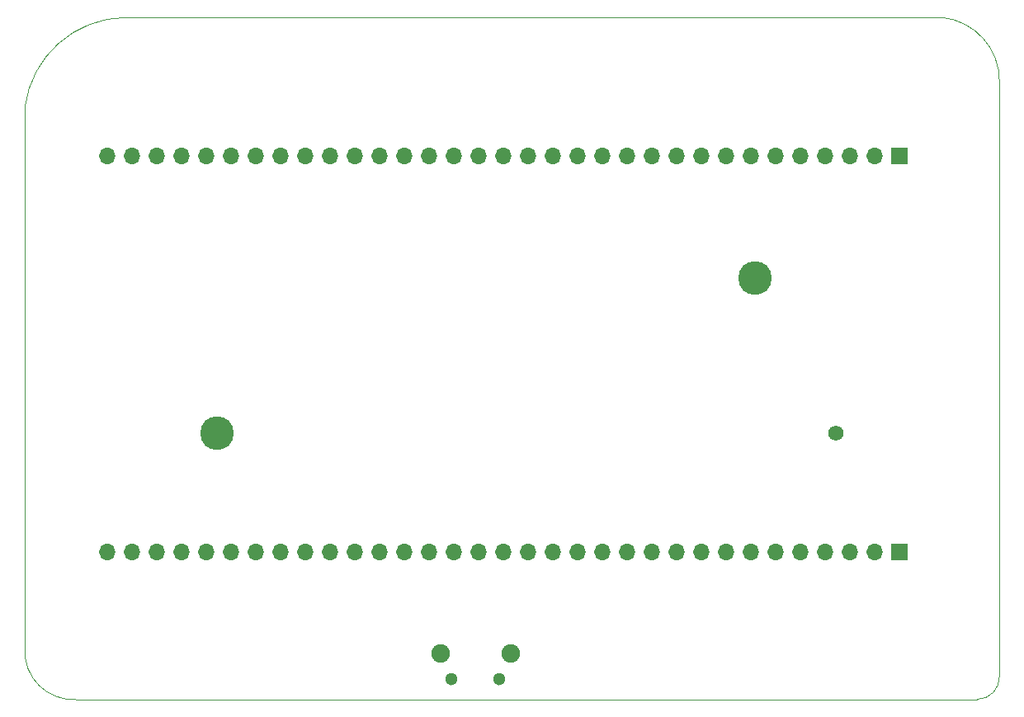
<source format=gbr>
%TF.GenerationSoftware,KiCad,Pcbnew,(6.0.2)*%
%TF.CreationDate,2022-03-20T21:01:56+02:00*%
%TF.ProjectId,main,6d61696e-2e6b-4696-9361-645f70636258,rev?*%
%TF.SameCoordinates,Original*%
%TF.FileFunction,Soldermask,Bot*%
%TF.FilePolarity,Negative*%
%FSLAX46Y46*%
G04 Gerber Fmt 4.6, Leading zero omitted, Abs format (unit mm)*
G04 Created by KiCad (PCBNEW (6.0.2)) date 2022-03-20 21:01:56*
%MOMM*%
%LPD*%
G01*
G04 APERTURE LIST*
%TA.AperFunction,Profile*%
%ADD10C,0.100000*%
%TD*%
%ADD11C,1.570000*%
%ADD12C,3.450000*%
%ADD13C,1.300000*%
%ADD14C,1.900000*%
%ADD15R,1.700000X1.700000*%
%ADD16O,1.700000X1.700000*%
G04 APERTURE END LIST*
D10*
X189700000Y-76480000D02*
X189700000Y-137400000D01*
X100060000Y-69849999D02*
G75*
G03*
X89700000Y-79080000I93771J-10534423D01*
G01*
X89700000Y-134650000D02*
X89700000Y-79080000D01*
X187390000Y-139830000D02*
G75*
G03*
X189700000Y-137400000I17847J2295998D01*
G01*
X100060000Y-69850000D02*
X183790000Y-69850000D01*
X189700000Y-76480000D02*
G75*
G03*
X183790000Y-69850000I-6555369J105621D01*
G01*
X187390000Y-139830000D02*
X94910000Y-139830000D01*
X89700000Y-134650000D02*
G75*
G03*
X94910000Y-139830000I4932314J-249207D01*
G01*
D11*
%TO.C,BT1*%
X172905000Y-112550000D03*
D12*
X109375000Y-112550000D03*
X164575000Y-96550000D03*
%TD*%
D13*
%TO.C,J5*%
X138350000Y-137775000D03*
X133500000Y-137775000D03*
D14*
X139525000Y-135105000D03*
X132325000Y-135105000D03*
%TD*%
D15*
%TO.C,J2*%
X179400000Y-84100000D03*
D16*
X176860000Y-84100000D03*
X174320000Y-84100000D03*
X171780000Y-84100000D03*
X169240000Y-84100000D03*
X166700000Y-84100000D03*
X164160000Y-84100000D03*
X161620000Y-84100000D03*
X159080000Y-84100000D03*
X156540000Y-84100000D03*
X154000000Y-84100000D03*
X151460000Y-84100000D03*
X148920000Y-84100000D03*
X146380000Y-84100000D03*
X143840000Y-84100000D03*
X141300000Y-84100000D03*
X138760000Y-84100000D03*
X136220000Y-84100000D03*
X133680000Y-84100000D03*
X131140000Y-84100000D03*
X128600000Y-84100000D03*
X126060000Y-84100000D03*
X123520000Y-84100000D03*
X120980000Y-84100000D03*
X118440000Y-84100000D03*
X115900000Y-84100000D03*
X113360000Y-84100000D03*
X110820000Y-84100000D03*
X108280000Y-84100000D03*
X105740000Y-84100000D03*
X103200000Y-84100000D03*
X100660000Y-84100000D03*
X98120000Y-84100000D03*
%TD*%
D15*
%TO.C,J3*%
X179440000Y-124700000D03*
D16*
X176900000Y-124700000D03*
X174360000Y-124700000D03*
X171820000Y-124700000D03*
X169280000Y-124700000D03*
X166740000Y-124700000D03*
X164200000Y-124700000D03*
X161660000Y-124700000D03*
X159120000Y-124700000D03*
X156580000Y-124700000D03*
X154040000Y-124700000D03*
X151500000Y-124700000D03*
X148960000Y-124700000D03*
X146420000Y-124700000D03*
X143880000Y-124700000D03*
X141340000Y-124700000D03*
X138800000Y-124700000D03*
X136260000Y-124700000D03*
X133720000Y-124700000D03*
X131180000Y-124700000D03*
X128640000Y-124700000D03*
X126100000Y-124700000D03*
X123560000Y-124700000D03*
X121020000Y-124700000D03*
X118480000Y-124700000D03*
X115940000Y-124700000D03*
X113400000Y-124700000D03*
X110860000Y-124700000D03*
X108320000Y-124700000D03*
X105780000Y-124700000D03*
X103240000Y-124700000D03*
X100700000Y-124700000D03*
X98160000Y-124700000D03*
%TD*%
M02*

</source>
